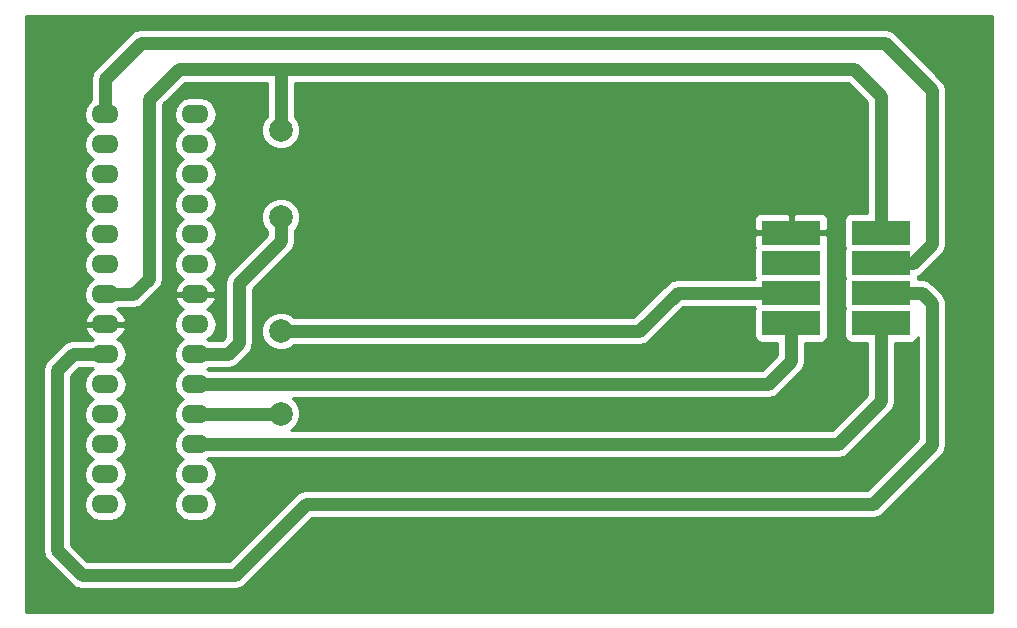
<source format=gbr>
G04 #@! TF.FileFunction,Copper,L2,Bot,Signal*
%FSLAX46Y46*%
G04 Gerber Fmt 4.6, Leading zero omitted, Abs format (unit mm)*
G04 Created by KiCad (PCBNEW 4.0.5+dfsg1-4) date Wed Jun 28 12:30:26 2017*
%MOMM*%
%LPD*%
G01*
G04 APERTURE LIST*
%ADD10C,0.100000*%
%ADD11C,1.998980*%
%ADD12O,2.300000X1.600000*%
%ADD13R,5.000000X2.100000*%
%ADD14C,1.100000*%
%ADD15C,0.254000*%
G04 APERTURE END LIST*
D10*
D11*
X23368000Y-28448000D03*
X23368000Y-35433000D03*
D12*
X8503100Y-10075000D03*
X8503100Y-12615000D03*
X8503100Y-15155000D03*
X8503100Y-17695000D03*
X8503100Y-20235000D03*
X8503100Y-22775000D03*
X8503100Y-25315000D03*
X8503100Y-27855000D03*
X8503100Y-30395000D03*
X8503100Y-32935000D03*
X8503100Y-35475000D03*
X8503100Y-38015000D03*
X8503100Y-40555000D03*
X8503100Y-43095000D03*
X16123100Y-43095000D03*
X16123100Y-40555000D03*
X16123100Y-38015000D03*
X16123100Y-35475000D03*
X16123100Y-32935000D03*
X16123100Y-30395000D03*
X16123100Y-27855000D03*
X16123100Y-25315000D03*
X16123100Y-22775000D03*
X16123100Y-20235000D03*
X16123100Y-17695000D03*
X16123100Y-15155000D03*
X16123100Y-12615000D03*
X16123100Y-10075000D03*
D13*
X66593100Y-27735000D03*
X66593100Y-25195000D03*
X66593100Y-22655000D03*
X66593100Y-20115000D03*
X74213100Y-27735000D03*
X74213100Y-25195000D03*
X74213100Y-22655000D03*
X74213100Y-20115000D03*
X74213100Y-20115000D03*
X74213100Y-22655000D03*
X74213100Y-25195000D03*
X74213100Y-27735000D03*
X66593100Y-20115000D03*
X66593100Y-22655000D03*
X66593100Y-25195000D03*
X66593100Y-27735000D03*
D11*
X23368000Y-11430000D03*
X23368000Y-18810000D03*
D14*
X8503100Y-10075000D02*
X8503100Y-7075000D01*
X8503100Y-7075000D02*
X11503100Y-4075000D01*
X74213100Y-22655000D02*
X76923100Y-22655000D01*
X76923100Y-22655000D02*
X78503100Y-21075000D01*
X78503100Y-21075000D02*
X78503100Y-8075000D01*
X78503100Y-8075000D02*
X74503100Y-4075000D01*
X74503100Y-4075000D02*
X11503100Y-4075000D01*
X23368000Y-11430000D02*
X23368000Y-6223000D01*
X23368000Y-6223000D02*
X23368000Y-6477000D01*
X23368000Y-6477000D02*
X23368000Y-6223000D01*
X23368000Y-18810000D02*
X23368000Y-20828000D01*
X18881000Y-30395000D02*
X16123100Y-30395000D01*
X19812000Y-29464000D02*
X18881000Y-30395000D01*
X19812000Y-24384000D02*
X19812000Y-29464000D01*
X23368000Y-20828000D02*
X19812000Y-24384000D01*
X22352000Y-6223000D02*
X23368000Y-6223000D01*
X23368000Y-6223000D02*
X71882000Y-6223000D01*
X74213100Y-8554100D02*
X74213100Y-20115000D01*
X71882000Y-6223000D02*
X74213100Y-8554100D01*
X22352000Y-6223000D02*
X14732000Y-6223000D01*
X10880000Y-25315000D02*
X8503100Y-25315000D01*
X12192000Y-24003000D02*
X10880000Y-25315000D01*
X12192000Y-8763000D02*
X12192000Y-24003000D01*
X14732000Y-6223000D02*
X12192000Y-8763000D01*
X16283100Y-25155000D02*
X16123100Y-25315000D01*
X6223000Y-30395000D02*
X5800000Y-30395000D01*
X4445000Y-31750000D02*
X4445000Y-47016900D01*
X5800000Y-30395000D02*
X4445000Y-31750000D01*
X68503100Y-43075000D02*
X57503100Y-43075000D01*
X57503100Y-43075000D02*
X55503100Y-43075000D01*
X74213100Y-25195000D02*
X77623100Y-25195000D01*
X6503100Y-49075000D02*
X4445000Y-47016900D01*
X19503100Y-49075000D02*
X6503100Y-49075000D01*
X25503100Y-43075000D02*
X19503100Y-49075000D01*
X73503100Y-43075000D02*
X68503100Y-43075000D01*
X55503100Y-43075000D02*
X25503100Y-43075000D01*
X78503100Y-38075000D02*
X73503100Y-43075000D01*
X78503100Y-26075000D02*
X78503100Y-38075000D01*
X77623100Y-25195000D02*
X78503100Y-26075000D01*
X6223000Y-30395000D02*
X8503100Y-30395000D01*
X74213100Y-27735000D02*
X74213100Y-34365000D01*
X70563100Y-38015000D02*
X16123100Y-38015000D01*
X74213100Y-34365000D02*
X70563100Y-38015000D01*
X23368000Y-35433000D02*
X16165100Y-35433000D01*
X16165100Y-35433000D02*
X16123100Y-35475000D01*
X66593100Y-27735000D02*
X66593100Y-30985000D01*
X64643100Y-32935000D02*
X16123100Y-32935000D01*
X66593100Y-30985000D02*
X64643100Y-32935000D01*
X66593100Y-25195000D02*
X56974000Y-25195000D01*
X53721000Y-28448000D02*
X23368000Y-28448000D01*
X56974000Y-25195000D02*
X53721000Y-28448000D01*
D15*
G36*
X83566000Y-52197000D02*
X1778000Y-52197000D01*
X1778000Y-31750000D01*
X3259999Y-31750000D01*
X3260000Y-31750005D01*
X3260000Y-47016895D01*
X3259999Y-47016900D01*
X3350203Y-47470380D01*
X3607078Y-47854822D01*
X5665176Y-49912919D01*
X5665178Y-49912922D01*
X6049620Y-50169797D01*
X6503100Y-50260001D01*
X6503105Y-50260000D01*
X19503095Y-50260000D01*
X19503100Y-50260001D01*
X19956580Y-50169797D01*
X20341022Y-49912922D01*
X25993943Y-44260000D01*
X73503095Y-44260000D01*
X73503100Y-44260001D01*
X73956580Y-44169797D01*
X74341022Y-43912922D01*
X79341019Y-38912924D01*
X79341022Y-38912922D01*
X79597897Y-38528480D01*
X79612863Y-38453242D01*
X79688101Y-38075000D01*
X79688100Y-38074995D01*
X79688100Y-26075005D01*
X79688101Y-26075000D01*
X79597897Y-25621520D01*
X79477946Y-25442000D01*
X79341022Y-25237078D01*
X79341019Y-25237076D01*
X78461022Y-24357078D01*
X78076580Y-24100203D01*
X77623100Y-24009999D01*
X77623095Y-24010000D01*
X77335138Y-24010000D01*
X77317624Y-23916924D01*
X77350414Y-23755002D01*
X77376580Y-23749797D01*
X77761022Y-23492922D01*
X79341019Y-21912924D01*
X79341022Y-21912922D01*
X79597897Y-21528480D01*
X79688100Y-21075000D01*
X79688100Y-8075000D01*
X79597897Y-7621520D01*
X79341022Y-7237078D01*
X79341019Y-7237076D01*
X75341022Y-3237078D01*
X74956580Y-2980203D01*
X74503100Y-2889999D01*
X74503095Y-2890000D01*
X11503105Y-2890000D01*
X11503100Y-2889999D01*
X11124858Y-2965237D01*
X11049620Y-2980203D01*
X10665178Y-3237078D01*
X10665176Y-3237081D01*
X7665178Y-6237078D01*
X7408303Y-6621520D01*
X7318099Y-7075000D01*
X7318100Y-7075005D01*
X7318100Y-8916865D01*
X7103432Y-9060302D01*
X6792363Y-9525849D01*
X6683130Y-10075000D01*
X6792363Y-10624151D01*
X7103432Y-11089698D01*
X7485518Y-11345000D01*
X7103432Y-11600302D01*
X6792363Y-12065849D01*
X6683130Y-12615000D01*
X6792363Y-13164151D01*
X7103432Y-13629698D01*
X7485518Y-13885000D01*
X7103432Y-14140302D01*
X6792363Y-14605849D01*
X6683130Y-15155000D01*
X6792363Y-15704151D01*
X7103432Y-16169698D01*
X7485518Y-16425000D01*
X7103432Y-16680302D01*
X6792363Y-17145849D01*
X6683130Y-17695000D01*
X6792363Y-18244151D01*
X7103432Y-18709698D01*
X7485518Y-18965000D01*
X7103432Y-19220302D01*
X6792363Y-19685849D01*
X6683130Y-20235000D01*
X6792363Y-20784151D01*
X7103432Y-21249698D01*
X7485518Y-21505000D01*
X7103432Y-21760302D01*
X6792363Y-22225849D01*
X6683130Y-22775000D01*
X6792363Y-23324151D01*
X7103432Y-23789698D01*
X7485518Y-24045000D01*
X7103432Y-24300302D01*
X6792363Y-24765849D01*
X6683130Y-25315000D01*
X6792363Y-25864151D01*
X7103432Y-26329698D01*
X7481251Y-26582149D01*
X7048600Y-26930104D01*
X6778733Y-27423181D01*
X6761196Y-27505961D01*
X6883185Y-27728000D01*
X8376100Y-27728000D01*
X8376100Y-27708000D01*
X8630100Y-27708000D01*
X8630100Y-27728000D01*
X10123015Y-27728000D01*
X10245004Y-27505961D01*
X10227467Y-27423181D01*
X9957600Y-26930104D01*
X9524949Y-26582149D01*
X9647893Y-26500000D01*
X10879995Y-26500000D01*
X10880000Y-26500001D01*
X11333480Y-26409797D01*
X11717922Y-26152922D01*
X13029919Y-24840924D01*
X13029922Y-24840922D01*
X13286797Y-24456480D01*
X13301214Y-24384000D01*
X13377001Y-24003000D01*
X13377000Y-24002995D01*
X13377000Y-10075000D01*
X14303130Y-10075000D01*
X14412363Y-10624151D01*
X14723432Y-11089698D01*
X15105518Y-11345000D01*
X14723432Y-11600302D01*
X14412363Y-12065849D01*
X14303130Y-12615000D01*
X14412363Y-13164151D01*
X14723432Y-13629698D01*
X15105518Y-13885000D01*
X14723432Y-14140302D01*
X14412363Y-14605849D01*
X14303130Y-15155000D01*
X14412363Y-15704151D01*
X14723432Y-16169698D01*
X15105518Y-16425000D01*
X14723432Y-16680302D01*
X14412363Y-17145849D01*
X14303130Y-17695000D01*
X14412363Y-18244151D01*
X14723432Y-18709698D01*
X15105518Y-18965000D01*
X14723432Y-19220302D01*
X14412363Y-19685849D01*
X14303130Y-20235000D01*
X14412363Y-20784151D01*
X14723432Y-21249698D01*
X15105518Y-21505000D01*
X14723432Y-21760302D01*
X14412363Y-22225849D01*
X14303130Y-22775000D01*
X14412363Y-23324151D01*
X14723432Y-23789698D01*
X15101251Y-24042149D01*
X14668600Y-24390104D01*
X14398733Y-24883181D01*
X14381196Y-24965961D01*
X14503185Y-25188000D01*
X15996100Y-25188000D01*
X15996100Y-25168000D01*
X16250100Y-25168000D01*
X16250100Y-25188000D01*
X17743015Y-25188000D01*
X17865004Y-24965961D01*
X17847467Y-24883181D01*
X17577600Y-24390104D01*
X17144949Y-24042149D01*
X17522768Y-23789698D01*
X17833837Y-23324151D01*
X17943070Y-22775000D01*
X17833837Y-22225849D01*
X17522768Y-21760302D01*
X17140682Y-21505000D01*
X17522768Y-21249698D01*
X17833837Y-20784151D01*
X17943070Y-20235000D01*
X17833837Y-19685849D01*
X17522768Y-19220302D01*
X17140682Y-18965000D01*
X17522768Y-18709698D01*
X17833837Y-18244151D01*
X17943070Y-17695000D01*
X17833837Y-17145849D01*
X17522768Y-16680302D01*
X17140682Y-16425000D01*
X17522768Y-16169698D01*
X17833837Y-15704151D01*
X17943070Y-15155000D01*
X17833837Y-14605849D01*
X17522768Y-14140302D01*
X17140682Y-13885000D01*
X17522768Y-13629698D01*
X17833837Y-13164151D01*
X17943070Y-12615000D01*
X17833837Y-12065849D01*
X17522768Y-11600302D01*
X17140682Y-11345000D01*
X17522768Y-11089698D01*
X17833837Y-10624151D01*
X17943070Y-10075000D01*
X17833837Y-9525849D01*
X17522768Y-9060302D01*
X17057221Y-8749233D01*
X16508070Y-8640000D01*
X15738130Y-8640000D01*
X15188979Y-8749233D01*
X14723432Y-9060302D01*
X14412363Y-9525849D01*
X14303130Y-10075000D01*
X13377000Y-10075000D01*
X13377000Y-9253844D01*
X15222843Y-7408000D01*
X22183000Y-7408000D01*
X22183000Y-10303429D01*
X21983154Y-10502927D01*
X21733794Y-11103453D01*
X21733226Y-11753694D01*
X21981538Y-12354655D01*
X22440927Y-12814846D01*
X23041453Y-13064206D01*
X23691694Y-13064774D01*
X24292655Y-12816462D01*
X24752846Y-12357073D01*
X25002206Y-11756547D01*
X25002774Y-11106306D01*
X24754462Y-10505345D01*
X24553000Y-10303531D01*
X24553000Y-7408000D01*
X71391156Y-7408000D01*
X73028100Y-9044943D01*
X73028100Y-18417560D01*
X71713100Y-18417560D01*
X71477783Y-18461838D01*
X71261659Y-18600910D01*
X71116669Y-18813110D01*
X71065660Y-19065000D01*
X71065660Y-21165000D01*
X71108576Y-21393076D01*
X71065660Y-21605000D01*
X71065660Y-23705000D01*
X71108576Y-23933076D01*
X71065660Y-24145000D01*
X71065660Y-26245000D01*
X71108576Y-26473076D01*
X71065660Y-26685000D01*
X71065660Y-28785000D01*
X71109938Y-29020317D01*
X71249010Y-29236441D01*
X71461210Y-29381431D01*
X71713100Y-29432440D01*
X73028100Y-29432440D01*
X73028100Y-33874157D01*
X70072256Y-36830000D01*
X24267151Y-36830000D01*
X24292655Y-36819462D01*
X24752846Y-36360073D01*
X25002206Y-35759547D01*
X25002774Y-35109306D01*
X24754462Y-34508345D01*
X24366794Y-34120000D01*
X64643095Y-34120000D01*
X64643100Y-34120001D01*
X65096580Y-34029797D01*
X65481022Y-33772922D01*
X67431019Y-31822924D01*
X67431022Y-31822922D01*
X67687897Y-31438480D01*
X67778100Y-30985000D01*
X67778100Y-29432440D01*
X69093100Y-29432440D01*
X69328417Y-29388162D01*
X69544541Y-29249090D01*
X69689531Y-29036890D01*
X69740540Y-28785000D01*
X69740540Y-26685000D01*
X69697624Y-26456924D01*
X69740540Y-26245000D01*
X69740540Y-24145000D01*
X69697624Y-23916924D01*
X69740540Y-23705000D01*
X69740540Y-21605000D01*
X69696262Y-21369683D01*
X69695882Y-21369092D01*
X69728100Y-21291310D01*
X69728100Y-20400750D01*
X69569350Y-20242000D01*
X66720100Y-20242000D01*
X66720100Y-20262000D01*
X66466100Y-20262000D01*
X66466100Y-20242000D01*
X63616850Y-20242000D01*
X63458100Y-20400750D01*
X63458100Y-21291310D01*
X63492410Y-21374142D01*
X63445660Y-21605000D01*
X63445660Y-23705000D01*
X63488576Y-23933076D01*
X63472998Y-24010000D01*
X56974005Y-24010000D01*
X56974000Y-24009999D01*
X56595758Y-24085237D01*
X56520520Y-24100203D01*
X56136078Y-24357078D01*
X56136076Y-24357081D01*
X53230156Y-27263000D01*
X24494571Y-27263000D01*
X24295073Y-27063154D01*
X23694547Y-26813794D01*
X23044306Y-26813226D01*
X22443345Y-27061538D01*
X21983154Y-27520927D01*
X21733794Y-28121453D01*
X21733226Y-28771694D01*
X21981538Y-29372655D01*
X22440927Y-29832846D01*
X23041453Y-30082206D01*
X23691694Y-30082774D01*
X24292655Y-29834462D01*
X24494469Y-29633000D01*
X53720995Y-29633000D01*
X53721000Y-29633001D01*
X54174480Y-29542797D01*
X54558922Y-29285922D01*
X57464843Y-26380000D01*
X63471062Y-26380000D01*
X63488576Y-26473076D01*
X63445660Y-26685000D01*
X63445660Y-28785000D01*
X63489938Y-29020317D01*
X63629010Y-29236441D01*
X63841210Y-29381431D01*
X64093100Y-29432440D01*
X65408100Y-29432440D01*
X65408100Y-30494157D01*
X64152256Y-31750000D01*
X17267893Y-31750000D01*
X17140682Y-31665000D01*
X17267893Y-31580000D01*
X18880995Y-31580000D01*
X18881000Y-31580001D01*
X19334480Y-31489797D01*
X19718922Y-31232922D01*
X20649919Y-30301924D01*
X20649922Y-30301922D01*
X20906797Y-29917480D01*
X20963384Y-29633000D01*
X20997001Y-29464000D01*
X20997000Y-29463995D01*
X20997000Y-24874844D01*
X24205919Y-21665924D01*
X24205922Y-21665922D01*
X24462797Y-21281480D01*
X24553000Y-20828000D01*
X24553000Y-19936571D01*
X24752846Y-19737073D01*
X25002206Y-19136547D01*
X25002378Y-18938690D01*
X63458100Y-18938690D01*
X63458100Y-19829250D01*
X63616850Y-19988000D01*
X66466100Y-19988000D01*
X66466100Y-18588750D01*
X66720100Y-18588750D01*
X66720100Y-19988000D01*
X69569350Y-19988000D01*
X69728100Y-19829250D01*
X69728100Y-18938690D01*
X69631427Y-18705301D01*
X69452798Y-18526673D01*
X69219409Y-18430000D01*
X66878850Y-18430000D01*
X66720100Y-18588750D01*
X66466100Y-18588750D01*
X66307350Y-18430000D01*
X63966791Y-18430000D01*
X63733402Y-18526673D01*
X63554773Y-18705301D01*
X63458100Y-18938690D01*
X25002378Y-18938690D01*
X25002774Y-18486306D01*
X24754462Y-17885345D01*
X24295073Y-17425154D01*
X23694547Y-17175794D01*
X23044306Y-17175226D01*
X22443345Y-17423538D01*
X21983154Y-17882927D01*
X21733794Y-18483453D01*
X21733226Y-19133694D01*
X21981538Y-19734655D01*
X22183000Y-19936469D01*
X22183000Y-20337157D01*
X18974078Y-23546078D01*
X18717203Y-23930520D01*
X18626999Y-24384000D01*
X18627000Y-24384005D01*
X18627000Y-28973157D01*
X18390156Y-29210000D01*
X17267893Y-29210000D01*
X17140682Y-29125000D01*
X17522768Y-28869698D01*
X17833837Y-28404151D01*
X17943070Y-27855000D01*
X17833837Y-27305849D01*
X17522768Y-26840302D01*
X17144949Y-26587851D01*
X17577600Y-26239896D01*
X17847467Y-25746819D01*
X17865004Y-25664039D01*
X17743015Y-25442000D01*
X16250100Y-25442000D01*
X16250100Y-25462000D01*
X15996100Y-25462000D01*
X15996100Y-25442000D01*
X14503185Y-25442000D01*
X14381196Y-25664039D01*
X14398733Y-25746819D01*
X14668600Y-26239896D01*
X15101251Y-26587851D01*
X14723432Y-26840302D01*
X14412363Y-27305849D01*
X14303130Y-27855000D01*
X14412363Y-28404151D01*
X14723432Y-28869698D01*
X15105518Y-29125000D01*
X14723432Y-29380302D01*
X14412363Y-29845849D01*
X14303130Y-30395000D01*
X14412363Y-30944151D01*
X14723432Y-31409698D01*
X15105518Y-31665000D01*
X14723432Y-31920302D01*
X14412363Y-32385849D01*
X14303130Y-32935000D01*
X14412363Y-33484151D01*
X14723432Y-33949698D01*
X15105518Y-34205000D01*
X14723432Y-34460302D01*
X14412363Y-34925849D01*
X14303130Y-35475000D01*
X14412363Y-36024151D01*
X14723432Y-36489698D01*
X15105518Y-36745000D01*
X14723432Y-37000302D01*
X14412363Y-37465849D01*
X14303130Y-38015000D01*
X14412363Y-38564151D01*
X14723432Y-39029698D01*
X15105518Y-39285000D01*
X14723432Y-39540302D01*
X14412363Y-40005849D01*
X14303130Y-40555000D01*
X14412363Y-41104151D01*
X14723432Y-41569698D01*
X15105518Y-41825000D01*
X14723432Y-42080302D01*
X14412363Y-42545849D01*
X14303130Y-43095000D01*
X14412363Y-43644151D01*
X14723432Y-44109698D01*
X15188979Y-44420767D01*
X15738130Y-44530000D01*
X16508070Y-44530000D01*
X17057221Y-44420767D01*
X17522768Y-44109698D01*
X17833837Y-43644151D01*
X17943070Y-43095000D01*
X17833837Y-42545849D01*
X17522768Y-42080302D01*
X17140682Y-41825000D01*
X17522768Y-41569698D01*
X17833837Y-41104151D01*
X17943070Y-40555000D01*
X17833837Y-40005849D01*
X17522768Y-39540302D01*
X17140682Y-39285000D01*
X17267893Y-39200000D01*
X70563095Y-39200000D01*
X70563100Y-39200001D01*
X71016580Y-39109797D01*
X71401022Y-38852922D01*
X75051019Y-35202924D01*
X75051022Y-35202922D01*
X75307897Y-34818480D01*
X75307898Y-34818479D01*
X75398101Y-34365000D01*
X75398100Y-34364995D01*
X75398100Y-29432440D01*
X76713100Y-29432440D01*
X76948417Y-29388162D01*
X77164541Y-29249090D01*
X77309531Y-29036890D01*
X77318100Y-28994575D01*
X77318100Y-37584157D01*
X73012256Y-41890000D01*
X25503100Y-41890000D01*
X25049620Y-41980203D01*
X24665178Y-42237078D01*
X24665176Y-42237081D01*
X19012256Y-47890000D01*
X6993943Y-47890000D01*
X5630000Y-46526056D01*
X5630000Y-32240844D01*
X6290843Y-31580000D01*
X7358307Y-31580000D01*
X7485518Y-31665000D01*
X7103432Y-31920302D01*
X6792363Y-32385849D01*
X6683130Y-32935000D01*
X6792363Y-33484151D01*
X7103432Y-33949698D01*
X7485518Y-34205000D01*
X7103432Y-34460302D01*
X6792363Y-34925849D01*
X6683130Y-35475000D01*
X6792363Y-36024151D01*
X7103432Y-36489698D01*
X7485518Y-36745000D01*
X7103432Y-37000302D01*
X6792363Y-37465849D01*
X6683130Y-38015000D01*
X6792363Y-38564151D01*
X7103432Y-39029698D01*
X7485518Y-39285000D01*
X7103432Y-39540302D01*
X6792363Y-40005849D01*
X6683130Y-40555000D01*
X6792363Y-41104151D01*
X7103432Y-41569698D01*
X7485518Y-41825000D01*
X7103432Y-42080302D01*
X6792363Y-42545849D01*
X6683130Y-43095000D01*
X6792363Y-43644151D01*
X7103432Y-44109698D01*
X7568979Y-44420767D01*
X8118130Y-44530000D01*
X8888070Y-44530000D01*
X9437221Y-44420767D01*
X9902768Y-44109698D01*
X10213837Y-43644151D01*
X10323070Y-43095000D01*
X10213837Y-42545849D01*
X9902768Y-42080302D01*
X9520682Y-41825000D01*
X9902768Y-41569698D01*
X10213837Y-41104151D01*
X10323070Y-40555000D01*
X10213837Y-40005849D01*
X9902768Y-39540302D01*
X9520682Y-39285000D01*
X9902768Y-39029698D01*
X10213837Y-38564151D01*
X10323070Y-38015000D01*
X10213837Y-37465849D01*
X9902768Y-37000302D01*
X9520682Y-36745000D01*
X9902768Y-36489698D01*
X10213837Y-36024151D01*
X10323070Y-35475000D01*
X10213837Y-34925849D01*
X9902768Y-34460302D01*
X9520682Y-34205000D01*
X9902768Y-33949698D01*
X10213837Y-33484151D01*
X10323070Y-32935000D01*
X10213837Y-32385849D01*
X9902768Y-31920302D01*
X9520682Y-31665000D01*
X9902768Y-31409698D01*
X10213837Y-30944151D01*
X10323070Y-30395000D01*
X10213837Y-29845849D01*
X9902768Y-29380302D01*
X9524949Y-29127851D01*
X9957600Y-28779896D01*
X10227467Y-28286819D01*
X10245004Y-28204039D01*
X10123015Y-27982000D01*
X8630100Y-27982000D01*
X8630100Y-28002000D01*
X8376100Y-28002000D01*
X8376100Y-27982000D01*
X6883185Y-27982000D01*
X6761196Y-28204039D01*
X6778733Y-28286819D01*
X7048600Y-28779896D01*
X7481251Y-29127851D01*
X7358307Y-29210000D01*
X5800000Y-29210000D01*
X5346520Y-29300203D01*
X4962078Y-29557078D01*
X4962076Y-29557081D01*
X3607078Y-30912078D01*
X3350203Y-31296520D01*
X3259999Y-31750000D01*
X1778000Y-31750000D01*
X1778000Y-1778000D01*
X83566000Y-1778000D01*
X83566000Y-52197000D01*
X83566000Y-52197000D01*
G37*
X83566000Y-52197000D02*
X1778000Y-52197000D01*
X1778000Y-31750000D01*
X3259999Y-31750000D01*
X3260000Y-31750005D01*
X3260000Y-47016895D01*
X3259999Y-47016900D01*
X3350203Y-47470380D01*
X3607078Y-47854822D01*
X5665176Y-49912919D01*
X5665178Y-49912922D01*
X6049620Y-50169797D01*
X6503100Y-50260001D01*
X6503105Y-50260000D01*
X19503095Y-50260000D01*
X19503100Y-50260001D01*
X19956580Y-50169797D01*
X20341022Y-49912922D01*
X25993943Y-44260000D01*
X73503095Y-44260000D01*
X73503100Y-44260001D01*
X73956580Y-44169797D01*
X74341022Y-43912922D01*
X79341019Y-38912924D01*
X79341022Y-38912922D01*
X79597897Y-38528480D01*
X79612863Y-38453242D01*
X79688101Y-38075000D01*
X79688100Y-38074995D01*
X79688100Y-26075005D01*
X79688101Y-26075000D01*
X79597897Y-25621520D01*
X79477946Y-25442000D01*
X79341022Y-25237078D01*
X79341019Y-25237076D01*
X78461022Y-24357078D01*
X78076580Y-24100203D01*
X77623100Y-24009999D01*
X77623095Y-24010000D01*
X77335138Y-24010000D01*
X77317624Y-23916924D01*
X77350414Y-23755002D01*
X77376580Y-23749797D01*
X77761022Y-23492922D01*
X79341019Y-21912924D01*
X79341022Y-21912922D01*
X79597897Y-21528480D01*
X79688100Y-21075000D01*
X79688100Y-8075000D01*
X79597897Y-7621520D01*
X79341022Y-7237078D01*
X79341019Y-7237076D01*
X75341022Y-3237078D01*
X74956580Y-2980203D01*
X74503100Y-2889999D01*
X74503095Y-2890000D01*
X11503105Y-2890000D01*
X11503100Y-2889999D01*
X11124858Y-2965237D01*
X11049620Y-2980203D01*
X10665178Y-3237078D01*
X10665176Y-3237081D01*
X7665178Y-6237078D01*
X7408303Y-6621520D01*
X7318099Y-7075000D01*
X7318100Y-7075005D01*
X7318100Y-8916865D01*
X7103432Y-9060302D01*
X6792363Y-9525849D01*
X6683130Y-10075000D01*
X6792363Y-10624151D01*
X7103432Y-11089698D01*
X7485518Y-11345000D01*
X7103432Y-11600302D01*
X6792363Y-12065849D01*
X6683130Y-12615000D01*
X6792363Y-13164151D01*
X7103432Y-13629698D01*
X7485518Y-13885000D01*
X7103432Y-14140302D01*
X6792363Y-14605849D01*
X6683130Y-15155000D01*
X6792363Y-15704151D01*
X7103432Y-16169698D01*
X7485518Y-16425000D01*
X7103432Y-16680302D01*
X6792363Y-17145849D01*
X6683130Y-17695000D01*
X6792363Y-18244151D01*
X7103432Y-18709698D01*
X7485518Y-18965000D01*
X7103432Y-19220302D01*
X6792363Y-19685849D01*
X6683130Y-20235000D01*
X6792363Y-20784151D01*
X7103432Y-21249698D01*
X7485518Y-21505000D01*
X7103432Y-21760302D01*
X6792363Y-22225849D01*
X6683130Y-22775000D01*
X6792363Y-23324151D01*
X7103432Y-23789698D01*
X7485518Y-24045000D01*
X7103432Y-24300302D01*
X6792363Y-24765849D01*
X6683130Y-25315000D01*
X6792363Y-25864151D01*
X7103432Y-26329698D01*
X7481251Y-26582149D01*
X7048600Y-26930104D01*
X6778733Y-27423181D01*
X6761196Y-27505961D01*
X6883185Y-27728000D01*
X8376100Y-27728000D01*
X8376100Y-27708000D01*
X8630100Y-27708000D01*
X8630100Y-27728000D01*
X10123015Y-27728000D01*
X10245004Y-27505961D01*
X10227467Y-27423181D01*
X9957600Y-26930104D01*
X9524949Y-26582149D01*
X9647893Y-26500000D01*
X10879995Y-26500000D01*
X10880000Y-26500001D01*
X11333480Y-26409797D01*
X11717922Y-26152922D01*
X13029919Y-24840924D01*
X13029922Y-24840922D01*
X13286797Y-24456480D01*
X13301214Y-24384000D01*
X13377001Y-24003000D01*
X13377000Y-24002995D01*
X13377000Y-10075000D01*
X14303130Y-10075000D01*
X14412363Y-10624151D01*
X14723432Y-11089698D01*
X15105518Y-11345000D01*
X14723432Y-11600302D01*
X14412363Y-12065849D01*
X14303130Y-12615000D01*
X14412363Y-13164151D01*
X14723432Y-13629698D01*
X15105518Y-13885000D01*
X14723432Y-14140302D01*
X14412363Y-14605849D01*
X14303130Y-15155000D01*
X14412363Y-15704151D01*
X14723432Y-16169698D01*
X15105518Y-16425000D01*
X14723432Y-16680302D01*
X14412363Y-17145849D01*
X14303130Y-17695000D01*
X14412363Y-18244151D01*
X14723432Y-18709698D01*
X15105518Y-18965000D01*
X14723432Y-19220302D01*
X14412363Y-19685849D01*
X14303130Y-20235000D01*
X14412363Y-20784151D01*
X14723432Y-21249698D01*
X15105518Y-21505000D01*
X14723432Y-21760302D01*
X14412363Y-22225849D01*
X14303130Y-22775000D01*
X14412363Y-23324151D01*
X14723432Y-23789698D01*
X15101251Y-24042149D01*
X14668600Y-24390104D01*
X14398733Y-24883181D01*
X14381196Y-24965961D01*
X14503185Y-25188000D01*
X15996100Y-25188000D01*
X15996100Y-25168000D01*
X16250100Y-25168000D01*
X16250100Y-25188000D01*
X17743015Y-25188000D01*
X17865004Y-24965961D01*
X17847467Y-24883181D01*
X17577600Y-24390104D01*
X17144949Y-24042149D01*
X17522768Y-23789698D01*
X17833837Y-23324151D01*
X17943070Y-22775000D01*
X17833837Y-22225849D01*
X17522768Y-21760302D01*
X17140682Y-21505000D01*
X17522768Y-21249698D01*
X17833837Y-20784151D01*
X17943070Y-20235000D01*
X17833837Y-19685849D01*
X17522768Y-19220302D01*
X17140682Y-18965000D01*
X17522768Y-18709698D01*
X17833837Y-18244151D01*
X17943070Y-17695000D01*
X17833837Y-17145849D01*
X17522768Y-16680302D01*
X17140682Y-16425000D01*
X17522768Y-16169698D01*
X17833837Y-15704151D01*
X17943070Y-15155000D01*
X17833837Y-14605849D01*
X17522768Y-14140302D01*
X17140682Y-13885000D01*
X17522768Y-13629698D01*
X17833837Y-13164151D01*
X17943070Y-12615000D01*
X17833837Y-12065849D01*
X17522768Y-11600302D01*
X17140682Y-11345000D01*
X17522768Y-11089698D01*
X17833837Y-10624151D01*
X17943070Y-10075000D01*
X17833837Y-9525849D01*
X17522768Y-9060302D01*
X17057221Y-8749233D01*
X16508070Y-8640000D01*
X15738130Y-8640000D01*
X15188979Y-8749233D01*
X14723432Y-9060302D01*
X14412363Y-9525849D01*
X14303130Y-10075000D01*
X13377000Y-10075000D01*
X13377000Y-9253844D01*
X15222843Y-7408000D01*
X22183000Y-7408000D01*
X22183000Y-10303429D01*
X21983154Y-10502927D01*
X21733794Y-11103453D01*
X21733226Y-11753694D01*
X21981538Y-12354655D01*
X22440927Y-12814846D01*
X23041453Y-13064206D01*
X23691694Y-13064774D01*
X24292655Y-12816462D01*
X24752846Y-12357073D01*
X25002206Y-11756547D01*
X25002774Y-11106306D01*
X24754462Y-10505345D01*
X24553000Y-10303531D01*
X24553000Y-7408000D01*
X71391156Y-7408000D01*
X73028100Y-9044943D01*
X73028100Y-18417560D01*
X71713100Y-18417560D01*
X71477783Y-18461838D01*
X71261659Y-18600910D01*
X71116669Y-18813110D01*
X71065660Y-19065000D01*
X71065660Y-21165000D01*
X71108576Y-21393076D01*
X71065660Y-21605000D01*
X71065660Y-23705000D01*
X71108576Y-23933076D01*
X71065660Y-24145000D01*
X71065660Y-26245000D01*
X71108576Y-26473076D01*
X71065660Y-26685000D01*
X71065660Y-28785000D01*
X71109938Y-29020317D01*
X71249010Y-29236441D01*
X71461210Y-29381431D01*
X71713100Y-29432440D01*
X73028100Y-29432440D01*
X73028100Y-33874157D01*
X70072256Y-36830000D01*
X24267151Y-36830000D01*
X24292655Y-36819462D01*
X24752846Y-36360073D01*
X25002206Y-35759547D01*
X25002774Y-35109306D01*
X24754462Y-34508345D01*
X24366794Y-34120000D01*
X64643095Y-34120000D01*
X64643100Y-34120001D01*
X65096580Y-34029797D01*
X65481022Y-33772922D01*
X67431019Y-31822924D01*
X67431022Y-31822922D01*
X67687897Y-31438480D01*
X67778100Y-30985000D01*
X67778100Y-29432440D01*
X69093100Y-29432440D01*
X69328417Y-29388162D01*
X69544541Y-29249090D01*
X69689531Y-29036890D01*
X69740540Y-28785000D01*
X69740540Y-26685000D01*
X69697624Y-26456924D01*
X69740540Y-26245000D01*
X69740540Y-24145000D01*
X69697624Y-23916924D01*
X69740540Y-23705000D01*
X69740540Y-21605000D01*
X69696262Y-21369683D01*
X69695882Y-21369092D01*
X69728100Y-21291310D01*
X69728100Y-20400750D01*
X69569350Y-20242000D01*
X66720100Y-20242000D01*
X66720100Y-20262000D01*
X66466100Y-20262000D01*
X66466100Y-20242000D01*
X63616850Y-20242000D01*
X63458100Y-20400750D01*
X63458100Y-21291310D01*
X63492410Y-21374142D01*
X63445660Y-21605000D01*
X63445660Y-23705000D01*
X63488576Y-23933076D01*
X63472998Y-24010000D01*
X56974005Y-24010000D01*
X56974000Y-24009999D01*
X56595758Y-24085237D01*
X56520520Y-24100203D01*
X56136078Y-24357078D01*
X56136076Y-24357081D01*
X53230156Y-27263000D01*
X24494571Y-27263000D01*
X24295073Y-27063154D01*
X23694547Y-26813794D01*
X23044306Y-26813226D01*
X22443345Y-27061538D01*
X21983154Y-27520927D01*
X21733794Y-28121453D01*
X21733226Y-28771694D01*
X21981538Y-29372655D01*
X22440927Y-29832846D01*
X23041453Y-30082206D01*
X23691694Y-30082774D01*
X24292655Y-29834462D01*
X24494469Y-29633000D01*
X53720995Y-29633000D01*
X53721000Y-29633001D01*
X54174480Y-29542797D01*
X54558922Y-29285922D01*
X57464843Y-26380000D01*
X63471062Y-26380000D01*
X63488576Y-26473076D01*
X63445660Y-26685000D01*
X63445660Y-28785000D01*
X63489938Y-29020317D01*
X63629010Y-29236441D01*
X63841210Y-29381431D01*
X64093100Y-29432440D01*
X65408100Y-29432440D01*
X65408100Y-30494157D01*
X64152256Y-31750000D01*
X17267893Y-31750000D01*
X17140682Y-31665000D01*
X17267893Y-31580000D01*
X18880995Y-31580000D01*
X18881000Y-31580001D01*
X19334480Y-31489797D01*
X19718922Y-31232922D01*
X20649919Y-30301924D01*
X20649922Y-30301922D01*
X20906797Y-29917480D01*
X20963384Y-29633000D01*
X20997001Y-29464000D01*
X20997000Y-29463995D01*
X20997000Y-24874844D01*
X24205919Y-21665924D01*
X24205922Y-21665922D01*
X24462797Y-21281480D01*
X24553000Y-20828000D01*
X24553000Y-19936571D01*
X24752846Y-19737073D01*
X25002206Y-19136547D01*
X25002378Y-18938690D01*
X63458100Y-18938690D01*
X63458100Y-19829250D01*
X63616850Y-19988000D01*
X66466100Y-19988000D01*
X66466100Y-18588750D01*
X66720100Y-18588750D01*
X66720100Y-19988000D01*
X69569350Y-19988000D01*
X69728100Y-19829250D01*
X69728100Y-18938690D01*
X69631427Y-18705301D01*
X69452798Y-18526673D01*
X69219409Y-18430000D01*
X66878850Y-18430000D01*
X66720100Y-18588750D01*
X66466100Y-18588750D01*
X66307350Y-18430000D01*
X63966791Y-18430000D01*
X63733402Y-18526673D01*
X63554773Y-18705301D01*
X63458100Y-18938690D01*
X25002378Y-18938690D01*
X25002774Y-18486306D01*
X24754462Y-17885345D01*
X24295073Y-17425154D01*
X23694547Y-17175794D01*
X23044306Y-17175226D01*
X22443345Y-17423538D01*
X21983154Y-17882927D01*
X21733794Y-18483453D01*
X21733226Y-19133694D01*
X21981538Y-19734655D01*
X22183000Y-19936469D01*
X22183000Y-20337157D01*
X18974078Y-23546078D01*
X18717203Y-23930520D01*
X18626999Y-24384000D01*
X18627000Y-24384005D01*
X18627000Y-28973157D01*
X18390156Y-29210000D01*
X17267893Y-29210000D01*
X17140682Y-29125000D01*
X17522768Y-28869698D01*
X17833837Y-28404151D01*
X17943070Y-27855000D01*
X17833837Y-27305849D01*
X17522768Y-26840302D01*
X17144949Y-26587851D01*
X17577600Y-26239896D01*
X17847467Y-25746819D01*
X17865004Y-25664039D01*
X17743015Y-25442000D01*
X16250100Y-25442000D01*
X16250100Y-25462000D01*
X15996100Y-25462000D01*
X15996100Y-25442000D01*
X14503185Y-25442000D01*
X14381196Y-25664039D01*
X14398733Y-25746819D01*
X14668600Y-26239896D01*
X15101251Y-26587851D01*
X14723432Y-26840302D01*
X14412363Y-27305849D01*
X14303130Y-27855000D01*
X14412363Y-28404151D01*
X14723432Y-28869698D01*
X15105518Y-29125000D01*
X14723432Y-29380302D01*
X14412363Y-29845849D01*
X14303130Y-30395000D01*
X14412363Y-30944151D01*
X14723432Y-31409698D01*
X15105518Y-31665000D01*
X14723432Y-31920302D01*
X14412363Y-32385849D01*
X14303130Y-32935000D01*
X14412363Y-33484151D01*
X14723432Y-33949698D01*
X15105518Y-34205000D01*
X14723432Y-34460302D01*
X14412363Y-34925849D01*
X14303130Y-35475000D01*
X14412363Y-36024151D01*
X14723432Y-36489698D01*
X15105518Y-36745000D01*
X14723432Y-37000302D01*
X14412363Y-37465849D01*
X14303130Y-38015000D01*
X14412363Y-38564151D01*
X14723432Y-39029698D01*
X15105518Y-39285000D01*
X14723432Y-39540302D01*
X14412363Y-40005849D01*
X14303130Y-40555000D01*
X14412363Y-41104151D01*
X14723432Y-41569698D01*
X15105518Y-41825000D01*
X14723432Y-42080302D01*
X14412363Y-42545849D01*
X14303130Y-43095000D01*
X14412363Y-43644151D01*
X14723432Y-44109698D01*
X15188979Y-44420767D01*
X15738130Y-44530000D01*
X16508070Y-44530000D01*
X17057221Y-44420767D01*
X17522768Y-44109698D01*
X17833837Y-43644151D01*
X17943070Y-43095000D01*
X17833837Y-42545849D01*
X17522768Y-42080302D01*
X17140682Y-41825000D01*
X17522768Y-41569698D01*
X17833837Y-41104151D01*
X17943070Y-40555000D01*
X17833837Y-40005849D01*
X17522768Y-39540302D01*
X17140682Y-39285000D01*
X17267893Y-39200000D01*
X70563095Y-39200000D01*
X70563100Y-39200001D01*
X71016580Y-39109797D01*
X71401022Y-38852922D01*
X75051019Y-35202924D01*
X75051022Y-35202922D01*
X75307897Y-34818480D01*
X75307898Y-34818479D01*
X75398101Y-34365000D01*
X75398100Y-34364995D01*
X75398100Y-29432440D01*
X76713100Y-29432440D01*
X76948417Y-29388162D01*
X77164541Y-29249090D01*
X77309531Y-29036890D01*
X77318100Y-28994575D01*
X77318100Y-37584157D01*
X73012256Y-41890000D01*
X25503100Y-41890000D01*
X25049620Y-41980203D01*
X24665178Y-42237078D01*
X24665176Y-42237081D01*
X19012256Y-47890000D01*
X6993943Y-47890000D01*
X5630000Y-46526056D01*
X5630000Y-32240844D01*
X6290843Y-31580000D01*
X7358307Y-31580000D01*
X7485518Y-31665000D01*
X7103432Y-31920302D01*
X6792363Y-32385849D01*
X6683130Y-32935000D01*
X6792363Y-33484151D01*
X7103432Y-33949698D01*
X7485518Y-34205000D01*
X7103432Y-34460302D01*
X6792363Y-34925849D01*
X6683130Y-35475000D01*
X6792363Y-36024151D01*
X7103432Y-36489698D01*
X7485518Y-36745000D01*
X7103432Y-37000302D01*
X6792363Y-37465849D01*
X6683130Y-38015000D01*
X6792363Y-38564151D01*
X7103432Y-39029698D01*
X7485518Y-39285000D01*
X7103432Y-39540302D01*
X6792363Y-40005849D01*
X6683130Y-40555000D01*
X6792363Y-41104151D01*
X7103432Y-41569698D01*
X7485518Y-41825000D01*
X7103432Y-42080302D01*
X6792363Y-42545849D01*
X6683130Y-43095000D01*
X6792363Y-43644151D01*
X7103432Y-44109698D01*
X7568979Y-44420767D01*
X8118130Y-44530000D01*
X8888070Y-44530000D01*
X9437221Y-44420767D01*
X9902768Y-44109698D01*
X10213837Y-43644151D01*
X10323070Y-43095000D01*
X10213837Y-42545849D01*
X9902768Y-42080302D01*
X9520682Y-41825000D01*
X9902768Y-41569698D01*
X10213837Y-41104151D01*
X10323070Y-40555000D01*
X10213837Y-40005849D01*
X9902768Y-39540302D01*
X9520682Y-39285000D01*
X9902768Y-39029698D01*
X10213837Y-38564151D01*
X10323070Y-38015000D01*
X10213837Y-37465849D01*
X9902768Y-37000302D01*
X9520682Y-36745000D01*
X9902768Y-36489698D01*
X10213837Y-36024151D01*
X10323070Y-35475000D01*
X10213837Y-34925849D01*
X9902768Y-34460302D01*
X9520682Y-34205000D01*
X9902768Y-33949698D01*
X10213837Y-33484151D01*
X10323070Y-32935000D01*
X10213837Y-32385849D01*
X9902768Y-31920302D01*
X9520682Y-31665000D01*
X9902768Y-31409698D01*
X10213837Y-30944151D01*
X10323070Y-30395000D01*
X10213837Y-29845849D01*
X9902768Y-29380302D01*
X9524949Y-29127851D01*
X9957600Y-28779896D01*
X10227467Y-28286819D01*
X10245004Y-28204039D01*
X10123015Y-27982000D01*
X8630100Y-27982000D01*
X8630100Y-28002000D01*
X8376100Y-28002000D01*
X8376100Y-27982000D01*
X6883185Y-27982000D01*
X6761196Y-28204039D01*
X6778733Y-28286819D01*
X7048600Y-28779896D01*
X7481251Y-29127851D01*
X7358307Y-29210000D01*
X5800000Y-29210000D01*
X5346520Y-29300203D01*
X4962078Y-29557078D01*
X4962076Y-29557081D01*
X3607078Y-30912078D01*
X3350203Y-31296520D01*
X3259999Y-31750000D01*
X1778000Y-31750000D01*
X1778000Y-1778000D01*
X83566000Y-1778000D01*
X83566000Y-52197000D01*
M02*

</source>
